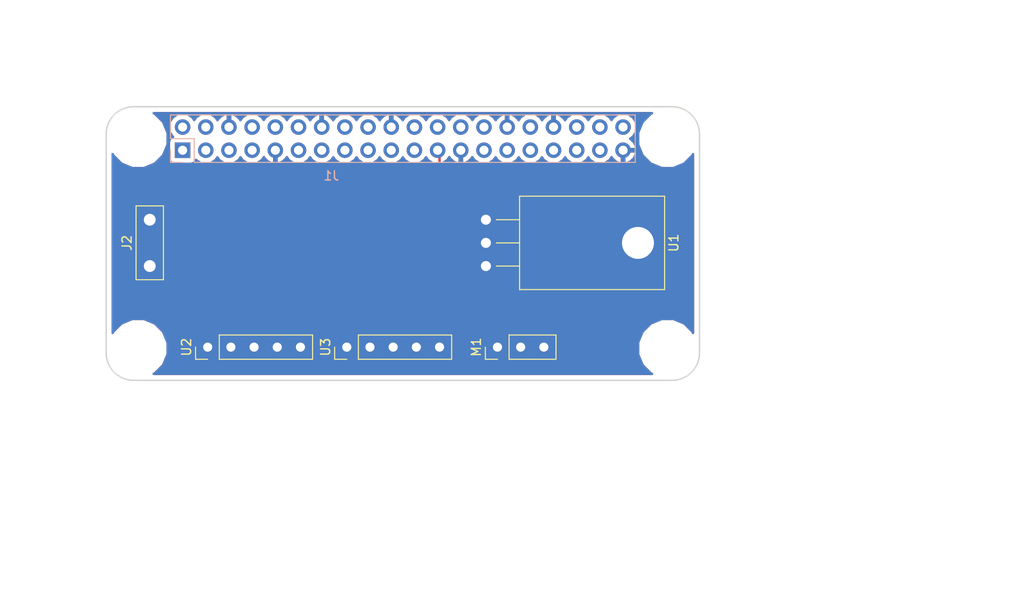
<source format=kicad_pcb>
(kicad_pcb (version 20171130) (host pcbnew "(5.1.8)-1")

  (general
    (thickness 1.6)
    (drawings 20)
    (tracks 6)
    (zones 0)
    (modules 10)
    (nets 33)
  )

  (page A4)
  (title_block
    (title "Raspberry Pi Zero (W) uHAT Template Board")
    (date 2019-02-28)
    (rev 1.0)
    (comment 1 "This PCB design is licensed under MIT Open Source License.")
  )

  (layers
    (0 F.Cu signal)
    (31 B.Cu signal)
    (32 B.Adhes user)
    (33 F.Adhes user)
    (34 B.Paste user)
    (35 F.Paste user)
    (36 B.SilkS user)
    (37 F.SilkS user)
    (38 B.Mask user)
    (39 F.Mask user)
    (40 Dwgs.User user)
    (41 Cmts.User user)
    (42 Eco1.User user)
    (43 Eco2.User user)
    (44 Edge.Cuts user)
    (45 Margin user)
    (46 B.CrtYd user)
    (47 F.CrtYd user)
    (48 B.Fab user hide)
    (49 F.Fab user hide)
  )

  (setup
    (last_trace_width 0.25)
    (trace_clearance 0.2)
    (zone_clearance 0.508)
    (zone_45_only no)
    (trace_min 0.2)
    (via_size 0.8)
    (via_drill 0.4)
    (via_min_size 0.4)
    (via_min_drill 0.3)
    (uvia_size 0.3)
    (uvia_drill 0.1)
    (uvias_allowed no)
    (uvia_min_size 0.2)
    (uvia_min_drill 0.1)
    (edge_width 0.15)
    (segment_width 0.2)
    (pcb_text_width 0.3)
    (pcb_text_size 1.5 1.5)
    (mod_edge_width 0.15)
    (mod_text_size 1 1)
    (mod_text_width 0.15)
    (pad_size 1.524 1.524)
    (pad_drill 0.762)
    (pad_to_mask_clearance 0.051)
    (solder_mask_min_width 0.25)
    (aux_axis_origin 0 0)
    (grid_origin 121.032 94.568)
    (visible_elements 7FFFFFFF)
    (pcbplotparams
      (layerselection 0x010fc_ffffffff)
      (usegerberextensions false)
      (usegerberattributes false)
      (usegerberadvancedattributes false)
      (creategerberjobfile false)
      (excludeedgelayer true)
      (linewidth 0.100000)
      (plotframeref false)
      (viasonmask false)
      (mode 1)
      (useauxorigin false)
      (hpglpennumber 1)
      (hpglpenspeed 20)
      (hpglpendiameter 15.000000)
      (psnegative false)
      (psa4output false)
      (plotreference true)
      (plotvalue true)
      (plotinvisibletext false)
      (padsonsilk false)
      (subtractmaskfromsilk false)
      (outputformat 1)
      (mirror false)
      (drillshape 1)
      (scaleselection 1)
      (outputdirectory ""))
  )

  (net 0 "")
  (net 1 +3V3)
  (net 2 +5V)
  (net 3 /GPIO2_SDA1)
  (net 4 /GPIO3_SCL1)
  (net 5 GND)
  (net 6 /GPIO4_GPIO_GCLK)
  (net 7 /GPIO14_TXD0)
  (net 8 /GPIO15_RXD0)
  (net 9 /GPIO17_GEN0)
  (net 10 /GPIO18_GEN1)
  (net 11 /GPIO27_GEN2)
  (net 12 /GPIO22_GEN3)
  (net 13 /GPIO23_GEN4)
  (net 14 /GPIO24_GEN5)
  (net 15 /GPIO10_SPI_MOSI)
  (net 16 /GPIO9_SPI_MISO)
  (net 17 /GPIO25_GEN6)
  (net 18 /GPIO11_SPI_SCLK)
  (net 19 /GPIO8_SPI_CE0_N)
  (net 20 /GPIO7_SPI_CE1_N)
  (net 21 /ID_SD)
  (net 22 /ID_SC)
  (net 23 /GPIO5)
  (net 24 /GPIO6)
  (net 25 /GPIO12)
  (net 26 /GPIO13)
  (net 27 /GPIO19)
  (net 28 /GPIO16)
  (net 29 /GPIO26)
  (net 30 /GPIO20)
  (net 31 /GPIO21)
  (net 32 "Net-(J2-Pad1)")

  (net_class Default "This is the default net class."
    (clearance 0.2)
    (trace_width 0.25)
    (via_dia 0.8)
    (via_drill 0.4)
    (uvia_dia 0.3)
    (uvia_drill 0.1)
    (add_net +3V3)
    (add_net +5V)
    (add_net /GPIO10_SPI_MOSI)
    (add_net /GPIO11_SPI_SCLK)
    (add_net /GPIO12)
    (add_net /GPIO13)
    (add_net /GPIO14_TXD0)
    (add_net /GPIO15_RXD0)
    (add_net /GPIO16)
    (add_net /GPIO17_GEN0)
    (add_net /GPIO18_GEN1)
    (add_net /GPIO19)
    (add_net /GPIO20)
    (add_net /GPIO21)
    (add_net /GPIO22_GEN3)
    (add_net /GPIO23_GEN4)
    (add_net /GPIO24_GEN5)
    (add_net /GPIO25_GEN6)
    (add_net /GPIO26)
    (add_net /GPIO27_GEN2)
    (add_net /GPIO2_SDA1)
    (add_net /GPIO3_SCL1)
    (add_net /GPIO4_GPIO_GCLK)
    (add_net /GPIO5)
    (add_net /GPIO6)
    (add_net /GPIO7_SPI_CE1_N)
    (add_net /GPIO8_SPI_CE0_N)
    (add_net /GPIO9_SPI_MISO)
    (add_net /ID_SC)
    (add_net /ID_SD)
    (add_net GND)
    (add_net "Net-(J2-Pad1)")
  )

  (module lib:PinSocket_2x20_P2.54mm_Vertical_Centered_Anchor (layer B.Cu) (tedit 5C78E1B8) (tstamp 5C78EB08)
    (at 125.902 95.838 270)
    (descr "Through hole straight socket strip, 2x20, 2.54mm pitch, double cols (from Kicad 4.0.7), script generated")
    (tags "Through hole socket strip THT 2x20 2.54mm double row")
    (path /5C77771F)
    (fp_text reference J1 (at 2.8 -16.3) (layer B.SilkS)
      (effects (font (size 1 1) (thickness 0.15)) (justify mirror))
    )
    (fp_text value GPIO_CONNECTOR (at 2.7 -27.3) (layer B.Fab)
      (effects (font (size 1 1) (thickness 0.15)) (justify mirror))
    )
    (fp_line (start -3.81 1.27) (end 0.27 1.27) (layer B.Fab) (width 0.1))
    (fp_line (start 0.27 1.27) (end 1.27 0.27) (layer B.Fab) (width 0.1))
    (fp_line (start 1.27 0.27) (end 1.27 -49.53) (layer B.Fab) (width 0.1))
    (fp_line (start 1.27 -49.53) (end -3.81 -49.53) (layer B.Fab) (width 0.1))
    (fp_line (start -3.81 -49.53) (end -3.81 1.27) (layer B.Fab) (width 0.1))
    (fp_line (start -3.87 1.33) (end -1.27 1.33) (layer B.SilkS) (width 0.12))
    (fp_line (start -3.87 1.33) (end -3.87 -49.59) (layer B.SilkS) (width 0.12))
    (fp_line (start -3.87 -49.59) (end 1.33 -49.59) (layer B.SilkS) (width 0.12))
    (fp_line (start 1.33 -1.27) (end 1.33 -49.59) (layer B.SilkS) (width 0.12))
    (fp_line (start -1.27 -1.27) (end 1.33 -1.27) (layer B.SilkS) (width 0.12))
    (fp_line (start -1.27 1.33) (end -1.27 -1.27) (layer B.SilkS) (width 0.12))
    (fp_line (start 1.33 1.33) (end 1.33 0) (layer B.SilkS) (width 0.12))
    (fp_line (start 0 1.33) (end 1.33 1.33) (layer B.SilkS) (width 0.12))
    (fp_line (start -4.34 1.8) (end 1.76 1.8) (layer B.CrtYd) (width 0.05))
    (fp_line (start 1.76 1.8) (end 1.76 -50) (layer B.CrtYd) (width 0.05))
    (fp_line (start 1.76 -50) (end -4.34 -50) (layer B.CrtYd) (width 0.05))
    (fp_line (start -4.34 -50) (end -4.34 1.8) (layer B.CrtYd) (width 0.05))
    (fp_text user %R (at 2.8 -18.3 180) (layer B.Fab)
      (effects (font (size 1 1) (thickness 0.15)) (justify mirror))
    )
    (pad 1 thru_hole rect (at 0 0 270) (size 1.7 1.7) (drill 1) (layers *.Cu *.Mask)
      (net 1 +3V3))
    (pad 2 thru_hole oval (at -2.54 0 270) (size 1.7 1.7) (drill 1) (layers *.Cu *.Mask)
      (net 2 +5V))
    (pad 3 thru_hole oval (at 0 -2.54 270) (size 1.7 1.7) (drill 1) (layers *.Cu *.Mask)
      (net 3 /GPIO2_SDA1))
    (pad 4 thru_hole oval (at -2.54 -2.54 270) (size 1.7 1.7) (drill 1) (layers *.Cu *.Mask)
      (net 2 +5V))
    (pad 5 thru_hole oval (at 0 -5.08 270) (size 1.7 1.7) (drill 1) (layers *.Cu *.Mask)
      (net 4 /GPIO3_SCL1))
    (pad 6 thru_hole oval (at -2.54 -5.08 270) (size 1.7 1.7) (drill 1) (layers *.Cu *.Mask)
      (net 5 GND))
    (pad 7 thru_hole oval (at 0 -7.62 270) (size 1.7 1.7) (drill 1) (layers *.Cu *.Mask)
      (net 6 /GPIO4_GPIO_GCLK))
    (pad 8 thru_hole oval (at -2.54 -7.62 270) (size 1.7 1.7) (drill 1) (layers *.Cu *.Mask)
      (net 7 /GPIO14_TXD0))
    (pad 9 thru_hole oval (at 0 -10.16 270) (size 1.7 1.7) (drill 1) (layers *.Cu *.Mask)
      (net 5 GND))
    (pad 10 thru_hole oval (at -2.54 -10.16 270) (size 1.7 1.7) (drill 1) (layers *.Cu *.Mask)
      (net 8 /GPIO15_RXD0))
    (pad 11 thru_hole oval (at 0 -12.7 270) (size 1.7 1.7) (drill 1) (layers *.Cu *.Mask)
      (net 9 /GPIO17_GEN0))
    (pad 12 thru_hole oval (at -2.54 -12.7 270) (size 1.7 1.7) (drill 1) (layers *.Cu *.Mask)
      (net 10 /GPIO18_GEN1))
    (pad 13 thru_hole oval (at 0 -15.24 270) (size 1.7 1.7) (drill 1) (layers *.Cu *.Mask)
      (net 11 /GPIO27_GEN2))
    (pad 14 thru_hole oval (at -2.54 -15.24 270) (size 1.7 1.7) (drill 1) (layers *.Cu *.Mask)
      (net 5 GND))
    (pad 15 thru_hole oval (at 0 -17.78 270) (size 1.7 1.7) (drill 1) (layers *.Cu *.Mask)
      (net 12 /GPIO22_GEN3))
    (pad 16 thru_hole oval (at -2.54 -17.78 270) (size 1.7 1.7) (drill 1) (layers *.Cu *.Mask)
      (net 13 /GPIO23_GEN4))
    (pad 17 thru_hole oval (at 0 -20.32 270) (size 1.7 1.7) (drill 1) (layers *.Cu *.Mask)
      (net 1 +3V3))
    (pad 18 thru_hole oval (at -2.54 -20.32 270) (size 1.7 1.7) (drill 1) (layers *.Cu *.Mask)
      (net 14 /GPIO24_GEN5))
    (pad 19 thru_hole oval (at 0 -22.86 270) (size 1.7 1.7) (drill 1) (layers *.Cu *.Mask)
      (net 15 /GPIO10_SPI_MOSI))
    (pad 20 thru_hole oval (at -2.54 -22.86 270) (size 1.7 1.7) (drill 1) (layers *.Cu *.Mask)
      (net 5 GND))
    (pad 21 thru_hole oval (at 0 -25.4 270) (size 1.7 1.7) (drill 1) (layers *.Cu *.Mask)
      (net 16 /GPIO9_SPI_MISO))
    (pad 22 thru_hole oval (at -2.54 -25.4 270) (size 1.7 1.7) (drill 1) (layers *.Cu *.Mask)
      (net 17 /GPIO25_GEN6))
    (pad 23 thru_hole oval (at 0 -27.94 270) (size 1.7 1.7) (drill 1) (layers *.Cu *.Mask)
      (net 18 /GPIO11_SPI_SCLK))
    (pad 24 thru_hole oval (at -2.54 -27.94 270) (size 1.7 1.7) (drill 1) (layers *.Cu *.Mask)
      (net 19 /GPIO8_SPI_CE0_N))
    (pad 25 thru_hole oval (at 0 -30.48 270) (size 1.7 1.7) (drill 1) (layers *.Cu *.Mask)
      (net 5 GND))
    (pad 26 thru_hole oval (at -2.54 -30.48 270) (size 1.7 1.7) (drill 1) (layers *.Cu *.Mask)
      (net 20 /GPIO7_SPI_CE1_N))
    (pad 27 thru_hole oval (at 0 -33.02 270) (size 1.7 1.7) (drill 1) (layers *.Cu *.Mask)
      (net 21 /ID_SD))
    (pad 28 thru_hole oval (at -2.54 -33.02 270) (size 1.7 1.7) (drill 1) (layers *.Cu *.Mask)
      (net 22 /ID_SC))
    (pad 29 thru_hole oval (at 0 -35.56 270) (size 1.7 1.7) (drill 1) (layers *.Cu *.Mask)
      (net 23 /GPIO5))
    (pad 30 thru_hole oval (at -2.54 -35.56 270) (size 1.7 1.7) (drill 1) (layers *.Cu *.Mask)
      (net 5 GND))
    (pad 31 thru_hole oval (at 0 -38.1 270) (size 1.7 1.7) (drill 1) (layers *.Cu *.Mask)
      (net 24 /GPIO6))
    (pad 32 thru_hole oval (at -2.54 -38.1 270) (size 1.7 1.7) (drill 1) (layers *.Cu *.Mask)
      (net 25 /GPIO12))
    (pad 33 thru_hole oval (at 0 -40.64 270) (size 1.7 1.7) (drill 1) (layers *.Cu *.Mask)
      (net 26 /GPIO13))
    (pad 34 thru_hole oval (at -2.54 -40.64 270) (size 1.7 1.7) (drill 1) (layers *.Cu *.Mask)
      (net 5 GND))
    (pad 35 thru_hole oval (at 0 -43.18 270) (size 1.7 1.7) (drill 1) (layers *.Cu *.Mask)
      (net 27 /GPIO19))
    (pad 36 thru_hole oval (at -2.54 -43.18 270) (size 1.7 1.7) (drill 1) (layers *.Cu *.Mask)
      (net 28 /GPIO16))
    (pad 37 thru_hole oval (at 0 -45.72 270) (size 1.7 1.7) (drill 1) (layers *.Cu *.Mask)
      (net 29 /GPIO26))
    (pad 38 thru_hole oval (at -2.54 -45.72 270) (size 1.7 1.7) (drill 1) (layers *.Cu *.Mask)
      (net 30 /GPIO20))
    (pad 39 thru_hole oval (at 0 -48.26 270) (size 1.7 1.7) (drill 1) (layers *.Cu *.Mask)
      (net 5 GND))
    (pad 40 thru_hole oval (at -2.54 -48.26 270) (size 1.7 1.7) (drill 1) (layers *.Cu *.Mask)
      (net 31 /GPIO21))
    (model ${KISYS3DMOD}/Connector_PinSocket_2.54mm.3dshapes/PinSocket_2x20_P2.54mm_Vertical.wrl
      (at (xyz 0 0 0))
      (scale (xyz 1 1 1))
      (rotate (xyz 0 0 0))
    )
  )

  (module lib:MountingHole_2.7mm_M2.5_uHAT_RPi locked (layer F.Cu) (tedit 5C78B840) (tstamp 5C78BBE2)
    (at 121.032 94.568)
    (descr "Mounting Hole 2.7mm, no annular, M2.5")
    (tags "mounting hole 2.7mm no annular m2.5")
    (path /5C7C4C81)
    (attr virtual)
    (fp_text reference H1 (at 0 -3.7) (layer F.SilkS) hide
      (effects (font (size 1 1) (thickness 0.15)))
    )
    (fp_text value MountingHole (at 0 3.7) (layer F.Fab) hide
      (effects (font (size 1 1) (thickness 0.15)))
    )
    (fp_circle (center 0 0) (end 2.7 0) (layer Cmts.User) (width 0.15))
    (fp_circle (center 0 0) (end 2.95 0) (layer F.CrtYd) (width 0.05))
    (fp_text user %R (at 0.3 0) (layer F.Fab)
      (effects (font (size 1 1) (thickness 0.15)))
    )
    (pad "" np_thru_hole circle (at 0 0) (size 2.7 2.7) (drill 2.7) (layers *.Cu *.Mask)
      (clearance 1.75))
  )

  (module lib:MountingHole_2.7mm_M2.5_uHAT_RPi locked (layer F.Cu) (tedit 5C78B867) (tstamp 5C78BBE9)
    (at 179.032 94.568)
    (descr "Mounting Hole 2.7mm, no annular, M2.5")
    (tags "mounting hole 2.7mm no annular m2.5")
    (path /5C7C7FBC)
    (attr virtual)
    (fp_text reference H2 (at 0 -3.7) (layer F.SilkS) hide
      (effects (font (size 1 1) (thickness 0.15)))
    )
    (fp_text value MountingHole (at 0 3.7) (layer F.Fab) hide
      (effects (font (size 1 1) (thickness 0.15)))
    )
    (fp_circle (center 0 0) (end 2.95 0) (layer F.CrtYd) (width 0.05))
    (fp_circle (center 0 0) (end 2.7 0) (layer Cmts.User) (width 0.15))
    (fp_text user %R (at 0.3 0) (layer F.Fab)
      (effects (font (size 1 1) (thickness 0.15)))
    )
    (pad "" np_thru_hole circle (at 0 0) (size 2.7 2.7) (drill 2.7) (layers *.Cu *.Mask)
      (clearance 1.75))
  )

  (module lib:MountingHole_2.7mm_M2.5_uHAT_RPi locked (layer F.Cu) (tedit 5C78B860) (tstamp 5C78BBF0)
    (at 179.032 117.568)
    (descr "Mounting Hole 2.7mm, no annular, M2.5")
    (tags "mounting hole 2.7mm no annular m2.5")
    (path /5C7C8014)
    (attr virtual)
    (fp_text reference H3 (at 0 -3.7) (layer F.SilkS) hide
      (effects (font (size 1 1) (thickness 0.15)))
    )
    (fp_text value MountingHole (at 0 3.7) (layer F.Fab) hide
      (effects (font (size 1 1) (thickness 0.15)))
    )
    (fp_circle (center 0 0) (end 2.7 0) (layer Cmts.User) (width 0.15))
    (fp_circle (center 0 0) (end 2.95 0) (layer F.CrtYd) (width 0.05))
    (fp_text user %R (at 0.3 0) (layer F.Fab)
      (effects (font (size 1 1) (thickness 0.15)))
    )
    (pad "" np_thru_hole circle (at 0 0) (size 2.7 2.7) (drill 2.7) (layers *.Cu *.Mask)
      (clearance 1.75))
  )

  (module lib:MountingHole_2.7mm_M2.5_uHAT_RPi locked (layer F.Cu) (tedit 5C78B845) (tstamp 5C78BBF7)
    (at 121.032 117.568)
    (descr "Mounting Hole 2.7mm, no annular, M2.5")
    (tags "mounting hole 2.7mm no annular m2.5")
    (path /5C7C8030)
    (attr virtual)
    (fp_text reference H4 (at 0 -3.7) (layer F.SilkS) hide
      (effects (font (size 1 1) (thickness 0.15)))
    )
    (fp_text value MountingHole (at 0 3.7) (layer F.Fab) hide
      (effects (font (size 1 1) (thickness 0.15)))
    )
    (fp_circle (center 0 0) (end 2.95 0) (layer F.CrtYd) (width 0.05))
    (fp_circle (center 0 0) (end 2.7 0) (layer Cmts.User) (width 0.15))
    (fp_text user %R (at 0.3 0) (layer F.Fab)
      (effects (font (size 1 1) (thickness 0.15)))
    )
    (pad "" np_thru_hole circle (at 0 0) (size 2.7 2.7) (drill 2.7) (layers *.Cu *.Mask)
      (clearance 1.75))
  )

  (module Package_TO_SOT_THT:TO-220-3_Horizontal_TabDown (layer F.Cu) (tedit 5AC8BA0D) (tstamp 5FB10DA1)
    (at 159.132 103.458 270)
    (descr "TO-220-3, Horizontal, RM 2.54mm, see https://www.vishay.com/docs/66542/to-220-1.pdf")
    (tags "TO-220-3 Horizontal RM 2.54mm")
    (path /5FB0BE80)
    (fp_text reference U1 (at 2.54 -20.58 90) (layer F.SilkS)
      (effects (font (size 1 1) (thickness 0.15)))
    )
    (fp_text value L7805 (at 2.54 2 90) (layer F.Fab)
      (effects (font (size 1 1) (thickness 0.15)))
    )
    (fp_circle (center 2.54 -16.66) (end 4.39 -16.66) (layer F.Fab) (width 0.1))
    (fp_line (start -2.46 -13.06) (end -2.46 -19.46) (layer F.Fab) (width 0.1))
    (fp_line (start -2.46 -19.46) (end 7.54 -19.46) (layer F.Fab) (width 0.1))
    (fp_line (start 7.54 -19.46) (end 7.54 -13.06) (layer F.Fab) (width 0.1))
    (fp_line (start 7.54 -13.06) (end -2.46 -13.06) (layer F.Fab) (width 0.1))
    (fp_line (start -2.46 -3.81) (end -2.46 -13.06) (layer F.Fab) (width 0.1))
    (fp_line (start -2.46 -13.06) (end 7.54 -13.06) (layer F.Fab) (width 0.1))
    (fp_line (start 7.54 -13.06) (end 7.54 -3.81) (layer F.Fab) (width 0.1))
    (fp_line (start 7.54 -3.81) (end -2.46 -3.81) (layer F.Fab) (width 0.1))
    (fp_line (start 0 -3.81) (end 0 0) (layer F.Fab) (width 0.1))
    (fp_line (start 2.54 -3.81) (end 2.54 0) (layer F.Fab) (width 0.1))
    (fp_line (start 5.08 -3.81) (end 5.08 0) (layer F.Fab) (width 0.1))
    (fp_line (start -2.58 -3.69) (end 7.66 -3.69) (layer F.SilkS) (width 0.12))
    (fp_line (start -2.58 -19.58) (end 7.66 -19.58) (layer F.SilkS) (width 0.12))
    (fp_line (start -2.58 -19.58) (end -2.58 -3.69) (layer F.SilkS) (width 0.12))
    (fp_line (start 7.66 -19.58) (end 7.66 -3.69) (layer F.SilkS) (width 0.12))
    (fp_line (start 0 -3.69) (end 0 -1.15) (layer F.SilkS) (width 0.12))
    (fp_line (start 2.54 -3.69) (end 2.54 -1.15) (layer F.SilkS) (width 0.12))
    (fp_line (start 5.08 -3.69) (end 5.08 -1.15) (layer F.SilkS) (width 0.12))
    (fp_line (start -2.71 -19.71) (end -2.71 1.25) (layer F.CrtYd) (width 0.05))
    (fp_line (start -2.71 1.25) (end 7.79 1.25) (layer F.CrtYd) (width 0.05))
    (fp_line (start 7.79 1.25) (end 7.79 -19.71) (layer F.CrtYd) (width 0.05))
    (fp_line (start 7.79 -19.71) (end -2.71 -19.71) (layer F.CrtYd) (width 0.05))
    (fp_text user %R (at 2.54 -20.58 90) (layer F.Fab)
      (effects (font (size 1 1) (thickness 0.15)))
    )
    (pad "" np_thru_hole oval (at 2.54 -16.66 270) (size 3.5 3.5) (drill 3.5) (layers *.Cu *.Mask))
    (pad 1 thru_hole rect (at 0 0 270) (size 1.905 2) (drill 1.1) (layers *.Cu *.Mask)
      (net 32 "Net-(J2-Pad1)"))
    (pad 2 thru_hole oval (at 2.54 0 270) (size 1.905 2) (drill 1.1) (layers *.Cu *.Mask)
      (net 5 GND))
    (pad 3 thru_hole oval (at 5.08 0 270) (size 1.905 2) (drill 1.1) (layers *.Cu *.Mask)
      (net 2 +5V))
    (model ${KISYS3DMOD}/Package_TO_SOT_THT.3dshapes/TO-220-3_Horizontal_TabDown.wrl
      (at (xyz 0 0 0))
      (scale (xyz 1 1 1))
      (rotate (xyz 0 0 0))
    )
  )

  (module TestPoint:TestPoint_2Pads_Pitch5.08mm_Drill1.3mm (layer F.Cu) (tedit 5BD71EB4) (tstamp 5FB17F8E)
    (at 122.302 108.538 90)
    (descr "Test point with 2 pads, pitch 5.08mm, hole diameter 1.3mm, wire diameter 1.0mm")
    (tags "CONN DEV")
    (path /5FB36F46)
    (attr virtual)
    (fp_text reference J2 (at 2.54 -2.5 90) (layer F.SilkS)
      (effects (font (size 1 1) (thickness 0.15)))
    )
    (fp_text value Barrel_Jack_Switch (at 2.54 3 90) (layer F.Fab)
      (effects (font (size 1 1) (thickness 0.15)))
    )
    (fp_line (start 6.6 1.5) (end -1.5 1.5) (layer F.SilkS) (width 0.12))
    (fp_line (start -1.5 -1.5) (end 6.6 -1.5) (layer F.SilkS) (width 0.12))
    (fp_line (start 6.6 1.5) (end 6.6 -1.5) (layer F.SilkS) (width 0.12))
    (fp_line (start -1.5 -1.5) (end -1.5 1.5) (layer F.SilkS) (width 0.12))
    (fp_line (start 5.08 0) (end 0 0) (layer F.Fab) (width 0.1))
    (fp_line (start -1.8 -1.8) (end 6.88 -1.8) (layer F.CrtYd) (width 0.05))
    (fp_line (start -1.8 -1.8) (end -1.8 1.8) (layer F.CrtYd) (width 0.05))
    (fp_line (start 6.88 1.8) (end 6.88 -1.8) (layer F.CrtYd) (width 0.05))
    (fp_line (start 6.88 1.8) (end -1.8 1.8) (layer F.CrtYd) (width 0.05))
    (fp_text user %R (at 2.54 0 90) (layer F.Fab)
      (effects (font (size 1 1) (thickness 0.15)))
    )
    (pad 1 thru_hole roundrect (at 0 0 90) (size 2.6 2.6) (drill 1.3) (layers *.Cu *.Mask) (roundrect_rratio 0.25)
      (net 32 "Net-(J2-Pad1)"))
    (pad 2 thru_hole circle (at 5.08 0 90) (size 2.6 2.6) (drill 1.3) (layers *.Cu *.Mask)
      (net 5 GND))
  )

  (module Connector_PinHeader_2.54mm:PinHeader_1x03_P2.54mm_Vertical (layer F.Cu) (tedit 59FED5CC) (tstamp 5FB17FA5)
    (at 160.402 117.428 90)
    (descr "Through hole straight pin header, 1x03, 2.54mm pitch, single row")
    (tags "Through hole pin header THT 1x03 2.54mm single row")
    (path /5FB8211B)
    (fp_text reference M1 (at 0 -2.33 90) (layer F.SilkS)
      (effects (font (size 1 1) (thickness 0.15)))
    )
    (fp_text value Motor_Servo (at 0 7.41 90) (layer F.Fab)
      (effects (font (size 1 1) (thickness 0.15)))
    )
    (fp_line (start 1.8 -1.8) (end -1.8 -1.8) (layer F.CrtYd) (width 0.05))
    (fp_line (start 1.8 6.85) (end 1.8 -1.8) (layer F.CrtYd) (width 0.05))
    (fp_line (start -1.8 6.85) (end 1.8 6.85) (layer F.CrtYd) (width 0.05))
    (fp_line (start -1.8 -1.8) (end -1.8 6.85) (layer F.CrtYd) (width 0.05))
    (fp_line (start -1.33 -1.33) (end 0 -1.33) (layer F.SilkS) (width 0.12))
    (fp_line (start -1.33 0) (end -1.33 -1.33) (layer F.SilkS) (width 0.12))
    (fp_line (start -1.33 1.27) (end 1.33 1.27) (layer F.SilkS) (width 0.12))
    (fp_line (start 1.33 1.27) (end 1.33 6.41) (layer F.SilkS) (width 0.12))
    (fp_line (start -1.33 1.27) (end -1.33 6.41) (layer F.SilkS) (width 0.12))
    (fp_line (start -1.33 6.41) (end 1.33 6.41) (layer F.SilkS) (width 0.12))
    (fp_line (start -1.27 -0.635) (end -0.635 -1.27) (layer F.Fab) (width 0.1))
    (fp_line (start -1.27 6.35) (end -1.27 -0.635) (layer F.Fab) (width 0.1))
    (fp_line (start 1.27 6.35) (end -1.27 6.35) (layer F.Fab) (width 0.1))
    (fp_line (start 1.27 -1.27) (end 1.27 6.35) (layer F.Fab) (width 0.1))
    (fp_line (start -0.635 -1.27) (end 1.27 -1.27) (layer F.Fab) (width 0.1))
    (fp_text user %R (at 0 2.54) (layer F.Fab)
      (effects (font (size 1 1) (thickness 0.15)))
    )
    (pad 1 thru_hole rect (at 0 0 90) (size 1.7 1.7) (drill 1) (layers *.Cu *.Mask)
      (net 21 /ID_SD))
    (pad 2 thru_hole oval (at 0 2.54 90) (size 1.7 1.7) (drill 1) (layers *.Cu *.Mask)
      (net 2 +5V))
    (pad 3 thru_hole oval (at 0 5.08 90) (size 1.7 1.7) (drill 1) (layers *.Cu *.Mask)
      (net 5 GND))
    (model ${KISYS3DMOD}/Connector_PinHeader_2.54mm.3dshapes/PinHeader_1x03_P2.54mm_Vertical.wrl
      (at (xyz 0 0 0))
      (scale (xyz 1 1 1))
      (rotate (xyz 0 0 0))
    )
  )

  (module Connector_PinHeader_2.54mm:PinHeader_1x05_P2.54mm_Vertical (layer F.Cu) (tedit 59FED5CC) (tstamp 5FB17FBE)
    (at 128.652 117.428 90)
    (descr "Through hole straight pin header, 1x05, 2.54mm pitch, single row")
    (tags "Through hole pin header THT 1x05 2.54mm single row")
    (path /5FB502EB)
    (fp_text reference U2 (at 0 -2.33 90) (layer F.SilkS)
      (effects (font (size 1 1) (thickness 0.15)))
    )
    (fp_text value MAX6675-Module (at 0 12.49 90) (layer F.Fab)
      (effects (font (size 1 1) (thickness 0.15)))
    )
    (fp_line (start 1.8 -1.8) (end -1.8 -1.8) (layer F.CrtYd) (width 0.05))
    (fp_line (start 1.8 11.95) (end 1.8 -1.8) (layer F.CrtYd) (width 0.05))
    (fp_line (start -1.8 11.95) (end 1.8 11.95) (layer F.CrtYd) (width 0.05))
    (fp_line (start -1.8 -1.8) (end -1.8 11.95) (layer F.CrtYd) (width 0.05))
    (fp_line (start -1.33 -1.33) (end 0 -1.33) (layer F.SilkS) (width 0.12))
    (fp_line (start -1.33 0) (end -1.33 -1.33) (layer F.SilkS) (width 0.12))
    (fp_line (start -1.33 1.27) (end 1.33 1.27) (layer F.SilkS) (width 0.12))
    (fp_line (start 1.33 1.27) (end 1.33 11.49) (layer F.SilkS) (width 0.12))
    (fp_line (start -1.33 1.27) (end -1.33 11.49) (layer F.SilkS) (width 0.12))
    (fp_line (start -1.33 11.49) (end 1.33 11.49) (layer F.SilkS) (width 0.12))
    (fp_line (start -1.27 -0.635) (end -0.635 -1.27) (layer F.Fab) (width 0.1))
    (fp_line (start -1.27 11.43) (end -1.27 -0.635) (layer F.Fab) (width 0.1))
    (fp_line (start 1.27 11.43) (end -1.27 11.43) (layer F.Fab) (width 0.1))
    (fp_line (start 1.27 -1.27) (end 1.27 11.43) (layer F.Fab) (width 0.1))
    (fp_line (start -0.635 -1.27) (end 1.27 -1.27) (layer F.Fab) (width 0.1))
    (fp_text user %R (at 0 5.08) (layer F.Fab)
      (effects (font (size 1 1) (thickness 0.15)))
    )
    (pad 1 thru_hole rect (at 0 0 90) (size 1.7 1.7) (drill 1) (layers *.Cu *.Mask)
      (net 5 GND))
    (pad 2 thru_hole oval (at 0 2.54 90) (size 1.7 1.7) (drill 1) (layers *.Cu *.Mask)
      (net 2 +5V))
    (pad 3 thru_hole oval (at 0 5.08 90) (size 1.7 1.7) (drill 1) (layers *.Cu *.Mask)
      (net 16 /GPIO9_SPI_MISO))
    (pad 4 thru_hole oval (at 0 7.62 90) (size 1.7 1.7) (drill 1) (layers *.Cu *.Mask)
      (net 19 /GPIO8_SPI_CE0_N))
    (pad 5 thru_hole oval (at 0 10.16 90) (size 1.7 1.7) (drill 1) (layers *.Cu *.Mask)
      (net 18 /GPIO11_SPI_SCLK))
    (model ${KISYS3DMOD}/Connector_PinHeader_2.54mm.3dshapes/PinHeader_1x05_P2.54mm_Vertical.wrl
      (at (xyz 0 0 0))
      (scale (xyz 1 1 1))
      (rotate (xyz 0 0 0))
    )
  )

  (module Connector_PinHeader_2.54mm:PinHeader_1x05_P2.54mm_Vertical (layer F.Cu) (tedit 59FED5CC) (tstamp 5FB17FD7)
    (at 143.892 117.428 90)
    (descr "Through hole straight pin header, 1x05, 2.54mm pitch, single row")
    (tags "Through hole pin header THT 1x05 2.54mm single row")
    (path /5FB5A8A0)
    (fp_text reference U3 (at 0 -2.33 90) (layer F.SilkS)
      (effects (font (size 1 1) (thickness 0.15)))
    )
    (fp_text value MAX6675-Module (at 0 12.49 90) (layer F.Fab)
      (effects (font (size 1 1) (thickness 0.15)))
    )
    (fp_text user %R (at 0 5.08) (layer F.Fab)
      (effects (font (size 1 1) (thickness 0.15)))
    )
    (fp_line (start -0.635 -1.27) (end 1.27 -1.27) (layer F.Fab) (width 0.1))
    (fp_line (start 1.27 -1.27) (end 1.27 11.43) (layer F.Fab) (width 0.1))
    (fp_line (start 1.27 11.43) (end -1.27 11.43) (layer F.Fab) (width 0.1))
    (fp_line (start -1.27 11.43) (end -1.27 -0.635) (layer F.Fab) (width 0.1))
    (fp_line (start -1.27 -0.635) (end -0.635 -1.27) (layer F.Fab) (width 0.1))
    (fp_line (start -1.33 11.49) (end 1.33 11.49) (layer F.SilkS) (width 0.12))
    (fp_line (start -1.33 1.27) (end -1.33 11.49) (layer F.SilkS) (width 0.12))
    (fp_line (start 1.33 1.27) (end 1.33 11.49) (layer F.SilkS) (width 0.12))
    (fp_line (start -1.33 1.27) (end 1.33 1.27) (layer F.SilkS) (width 0.12))
    (fp_line (start -1.33 0) (end -1.33 -1.33) (layer F.SilkS) (width 0.12))
    (fp_line (start -1.33 -1.33) (end 0 -1.33) (layer F.SilkS) (width 0.12))
    (fp_line (start -1.8 -1.8) (end -1.8 11.95) (layer F.CrtYd) (width 0.05))
    (fp_line (start -1.8 11.95) (end 1.8 11.95) (layer F.CrtYd) (width 0.05))
    (fp_line (start 1.8 11.95) (end 1.8 -1.8) (layer F.CrtYd) (width 0.05))
    (fp_line (start 1.8 -1.8) (end -1.8 -1.8) (layer F.CrtYd) (width 0.05))
    (pad 5 thru_hole oval (at 0 10.16 90) (size 1.7 1.7) (drill 1) (layers *.Cu *.Mask)
      (net 18 /GPIO11_SPI_SCLK))
    (pad 4 thru_hole oval (at 0 7.62 90) (size 1.7 1.7) (drill 1) (layers *.Cu *.Mask)
      (net 20 /GPIO7_SPI_CE1_N))
    (pad 3 thru_hole oval (at 0 5.08 90) (size 1.7 1.7) (drill 1) (layers *.Cu *.Mask)
      (net 16 /GPIO9_SPI_MISO))
    (pad 2 thru_hole oval (at 0 2.54 90) (size 1.7 1.7) (drill 1) (layers *.Cu *.Mask)
      (net 2 +5V))
    (pad 1 thru_hole rect (at 0 0 90) (size 1.7 1.7) (drill 1) (layers *.Cu *.Mask)
      (net 5 GND))
    (model ${KISYS3DMOD}/Connector_PinHeader_2.54mm.3dshapes/PinHeader_1x05_P2.54mm_Vertical.wrl
      (at (xyz 0 0 0))
      (scale (xyz 1 1 1))
      (rotate (xyz 0 0 0))
    )
  )

  (gr_text "Board dimensions are on Cmts (Comments) layer. \nDeselect it in Layers Manager to make them invisible.\n\nGPIO connector nets are not connected, these will get \nupdated as per your schematic/netlist." (at 120.524 139.272) (layer Cmts.User)
    (effects (font (size 1.5 1.5) (thickness 0.3)) (justify left))
  )
  (gr_text "Board Corner Radius = 3mm\nAll holes are M2.5" (at 184.278 87.202) (layer Cmts.User)
    (effects (font (size 1.5 1.5) (thickness 0.3)) (justify left))
  )
  (dimension 29 (width 0.3) (layer Cmts.User)
    (gr_text "29.000 mm" (at 135.532 103.868) (layer Cmts.User)
      (effects (font (size 1.5 1.5) (thickness 0.3)))
    )
    (feature1 (pts (xy 121.032 94.568) (xy 121.032 102.354421)))
    (feature2 (pts (xy 150.032 94.568) (xy 150.032 102.354421)))
    (crossbar (pts (xy 150.032 101.768) (xy 121.032 101.768)))
    (arrow1a (pts (xy 121.032 101.768) (xy 122.158504 101.181579)))
    (arrow1b (pts (xy 121.032 101.768) (xy 122.158504 102.354421)))
    (arrow2a (pts (xy 150.032 101.768) (xy 148.905496 101.181579)))
    (arrow2b (pts (xy 150.032 101.768) (xy 148.905496 102.354421)))
  )
  (dimension 6.2 (width 0.3) (layer Cmts.User)
    (gr_text "6.200 mm" (at 179.032 129.268) (layer Cmts.User)
      (effects (font (size 1.5 1.5) (thickness 0.3)))
    )
    (feature1 (pts (xy 182.132 117.568) (xy 182.132 127.754421)))
    (feature2 (pts (xy 175.932 117.568) (xy 175.932 127.754421)))
    (crossbar (pts (xy 175.932 127.168) (xy 182.132 127.168)))
    (arrow1a (pts (xy 182.132 127.168) (xy 181.005496 127.754421)))
    (arrow1b (pts (xy 182.132 127.168) (xy 181.005496 126.581579)))
    (arrow2a (pts (xy 175.932 127.168) (xy 177.058504 127.754421)))
    (arrow2b (pts (xy 175.932 127.168) (xy 177.058504 126.581579)))
  )
  (dimension 3.5 (width 0.3) (layer Cmts.User)
    (gr_text "3.500 mm" (at 111.432 119.318 270) (layer Cmts.User)
      (effects (font (size 1.5 1.5) (thickness 0.3)))
    )
    (feature1 (pts (xy 121.032 121.068) (xy 112.945579 121.068)))
    (feature2 (pts (xy 121.032 117.568) (xy 112.945579 117.568)))
    (crossbar (pts (xy 113.532 117.568) (xy 113.532 121.068)))
    (arrow1a (pts (xy 113.532 121.068) (xy 112.945579 119.941496)))
    (arrow1b (pts (xy 113.532 121.068) (xy 114.118421 119.941496)))
    (arrow2a (pts (xy 113.532 117.568) (xy 112.945579 118.694504)))
    (arrow2b (pts (xy 113.532 117.568) (xy 114.118421 118.694504)))
  )
  (dimension 3.5 (width 0.3) (layer Cmts.User)
    (gr_text "3.500 mm" (at 119.282 125.668) (layer Cmts.User)
      (effects (font (size 1.5 1.5) (thickness 0.3)))
    )
    (feature1 (pts (xy 117.532 117.568) (xy 117.532 124.154421)))
    (feature2 (pts (xy 121.032 117.568) (xy 121.032 124.154421)))
    (crossbar (pts (xy 121.032 123.568) (xy 117.532 123.568)))
    (arrow1a (pts (xy 117.532 123.568) (xy 118.658504 122.981579)))
    (arrow1b (pts (xy 117.532 123.568) (xy 118.658504 124.154421)))
    (arrow2a (pts (xy 121.032 123.568) (xy 119.905496 122.981579)))
    (arrow2b (pts (xy 121.032 123.568) (xy 119.905496 124.154421)))
  )
  (dimension 30 (width 0.3) (layer Cmts.User)
    (gr_text "30.000 mm" (at 194.132 106.068 270) (layer Cmts.User)
      (effects (font (size 1.5 1.5) (thickness 0.3)))
    )
    (feature1 (pts (xy 179.032 121.068) (xy 192.618421 121.068)))
    (feature2 (pts (xy 179.032 91.068) (xy 192.618421 91.068)))
    (crossbar (pts (xy 192.032 91.068) (xy 192.032 121.068)))
    (arrow1a (pts (xy 192.032 121.068) (xy 191.445579 119.941496)))
    (arrow1b (pts (xy 192.032 121.068) (xy 192.618421 119.941496)))
    (arrow2a (pts (xy 192.032 91.068) (xy 191.445579 92.194504)))
    (arrow2b (pts (xy 192.032 91.068) (xy 192.618421 92.194504)))
  )
  (dimension 23 (width 0.3) (layer Cmts.User)
    (gr_text "23.000 mm" (at 188.632 106.068 270) (layer Cmts.User)
      (effects (font (size 1.5 1.5) (thickness 0.3)))
    )
    (feature1 (pts (xy 179.032 117.568) (xy 187.118421 117.568)))
    (feature2 (pts (xy 179.032 94.568) (xy 187.118421 94.568)))
    (crossbar (pts (xy 186.532 94.568) (xy 186.532 117.568)))
    (arrow1a (pts (xy 186.532 117.568) (xy 185.945579 116.441496)))
    (arrow1b (pts (xy 186.532 117.568) (xy 187.118421 116.441496)))
    (arrow2a (pts (xy 186.532 94.568) (xy 185.945579 95.694504)))
    (arrow2b (pts (xy 186.532 94.568) (xy 187.118421 95.694504)))
  )
  (dimension 65 (width 0.3) (layer Cmts.User)
    (gr_text "65.000 mm" (at 150.032 80.468) (layer Cmts.User)
      (effects (font (size 1.5 1.5) (thickness 0.3)))
    )
    (feature1 (pts (xy 182.532 94.568) (xy 182.532 81.981579)))
    (feature2 (pts (xy 117.532 94.568) (xy 117.532 81.981579)))
    (crossbar (pts (xy 117.532 82.568) (xy 182.532 82.568)))
    (arrow1a (pts (xy 182.532 82.568) (xy 181.405496 83.154421)))
    (arrow1b (pts (xy 182.532 82.568) (xy 181.405496 81.981579)))
    (arrow2a (pts (xy 117.532 82.568) (xy 118.658504 83.154421)))
    (arrow2b (pts (xy 117.532 82.568) (xy 118.658504 81.981579)))
  )
  (dimension 58 (width 0.3) (layer Cmts.User)
    (gr_text "58.000 mm" (at 150.032 84.968) (layer Cmts.User)
      (effects (font (size 1.5 1.5) (thickness 0.3)))
    )
    (feature1 (pts (xy 179.032 94.568) (xy 179.032 86.481579)))
    (feature2 (pts (xy 121.032 94.568) (xy 121.032 86.481579)))
    (crossbar (pts (xy 121.032 87.068) (xy 179.032 87.068)))
    (arrow1a (pts (xy 179.032 87.068) (xy 177.905496 87.654421)))
    (arrow1b (pts (xy 179.032 87.068) (xy 177.905496 86.481579)))
    (arrow2a (pts (xy 121.032 87.068) (xy 122.158504 87.654421)))
    (arrow2b (pts (xy 121.032 87.068) (xy 122.158504 86.481579)))
  )
  (gr_line (start 121.032 121.068) (end 120.532 121.068) (layer Edge.Cuts) (width 0.15) (tstamp 5C77FCD3))
  (gr_line (start 179.032 121.068) (end 179.532 121.068) (layer Edge.Cuts) (width 0.15) (tstamp 5C77FCD0))
  (gr_line (start 182.532 94.068) (end 182.532 118.068) (layer Edge.Cuts) (width 0.15) (tstamp 5C77FCCD))
  (gr_line (start 120.532 91.068) (end 179.532 91.068) (layer Edge.Cuts) (width 0.15) (tstamp 5C77FCCA))
  (gr_line (start 117.532 118.068) (end 117.532 94.068) (layer Edge.Cuts) (width 0.15) (tstamp 5C77FCC7))
  (gr_arc (start 120.532 94.068) (end 120.532 91.068) (angle -90) (layer Edge.Cuts) (width 0.15) (tstamp 5C77FCC4))
  (gr_arc (start 120.532 118.068) (end 117.532 118.068) (angle -90) (layer Edge.Cuts) (width 0.15) (tstamp 5C77FCC1))
  (gr_arc (start 179.532 118.068) (end 179.532 121.068) (angle -90) (layer Edge.Cuts) (width 0.15) (tstamp 5C77FCBE))
  (gr_arc (start 179.532 94.068) (end 182.532 94.068) (angle -90) (layer Edge.Cuts) (width 0.15) (tstamp 5C77FCBB))
  (gr_line (start 121.032 121.068) (end 179.032 121.068) (layer Edge.Cuts) (width 0.15) (tstamp 5C77FCB8))

  (segment (start 131.192 117.428) (end 131.192 112.348) (width 0.25) (layer F.Cu) (net 2))
  (segment (start 154.052 96.048) (end 153.842 95.838) (width 0.25) (layer F.Cu) (net 18))
  (segment (start 143.892 112.348) (end 154.052 112.348) (width 0.25) (layer F.Cu) (net 18))
  (segment (start 138.812 117.428) (end 143.892 112.348) (width 0.25) (layer F.Cu) (net 18))
  (segment (start 154.052 112.348) (end 154.052 96.048) (width 0.25) (layer F.Cu) (net 18))
  (segment (start 154.052 117.428) (end 154.052 112.348) (width 0.25) (layer F.Cu) (net 18))

  (zone (net 5) (net_name GND) (layer F.Cu) (tstamp 0) (hatch edge 0.508)
    (connect_pads (clearance 0.508))
    (min_thickness 0.254)
    (fill yes (arc_segments 16) (thermal_gap 0.508) (thermal_bridge_width 0.508))
    (polygon
      (pts
        (xy 115.952 89.488) (xy 115.952 122) (xy 183.516 122) (xy 183.516 89.488)
      )
    )
    (filled_polygon
      (pts
        (xy 177.204051 91.832281) (xy 176.296281 92.740051) (xy 175.805 93.92611) (xy 175.805 95.20989) (xy 176.296281 96.395949)
        (xy 177.204051 97.303719) (xy 178.39011 97.795) (xy 179.67389 97.795) (xy 180.859949 97.303719) (xy 181.767719 96.395949)
        (xy 181.822 96.264903) (xy 181.822001 115.871099) (xy 181.767719 115.740051) (xy 180.859949 114.832281) (xy 179.67389 114.341)
        (xy 178.39011 114.341) (xy 177.204051 114.832281) (xy 176.296281 115.740051) (xy 175.805 116.92611) (xy 175.805 118.20989)
        (xy 176.296281 119.395949) (xy 177.204051 120.303719) (xy 177.335097 120.358) (xy 122.728903 120.358) (xy 122.859949 120.303719)
        (xy 123.767719 119.395949) (xy 124.259 118.20989) (xy 124.259 116.92611) (xy 123.767719 115.740051) (xy 122.859949 114.832281)
        (xy 121.67389 114.341) (xy 120.39011 114.341) (xy 119.204051 114.832281) (xy 118.296281 115.740051) (xy 118.242 115.871097)
        (xy 118.242 96.264903) (xy 118.296281 96.395949) (xy 119.204051 97.303719) (xy 120.39011 97.795) (xy 121.67389 97.795)
        (xy 122.859949 97.303719) (xy 123.767719 96.395949) (xy 124.259 95.20989) (xy 124.259 93.92611) (xy 123.998829 93.298)
        (xy 124.387908 93.298) (xy 124.503161 93.877418) (xy 124.831375 94.368625) (xy 124.849619 94.380816) (xy 124.804235 94.389843)
        (xy 124.594191 94.530191) (xy 124.453843 94.740235) (xy 124.40456 94.988) (xy 124.40456 96.688) (xy 124.453843 96.935765)
        (xy 124.594191 97.145809) (xy 124.804235 97.286157) (xy 125.052 97.33544) (xy 126.752 97.33544) (xy 126.999765 97.286157)
        (xy 127.209809 97.145809) (xy 127.350157 96.935765) (xy 127.359184 96.890381) (xy 127.371375 96.908625) (xy 127.862582 97.236839)
        (xy 128.295744 97.323) (xy 128.588256 97.323) (xy 129.021418 97.236839) (xy 129.512625 96.908625) (xy 129.712 96.610239)
        (xy 129.911375 96.908625) (xy 130.402582 97.236839) (xy 130.835744 97.323) (xy 131.128256 97.323) (xy 131.561418 97.236839)
        (xy 132.052625 96.908625) (xy 132.252 96.610239) (xy 132.451375 96.908625) (xy 132.942582 97.236839) (xy 133.375744 97.323)
        (xy 133.668256 97.323) (xy 134.101418 97.236839) (xy 134.592625 96.908625) (xy 134.805843 96.589522) (xy 134.866817 96.719358)
        (xy 135.295076 97.109645) (xy 135.70511 97.279476) (xy 135.935 97.158155) (xy 135.935 95.965) (xy 135.915 95.965)
        (xy 135.915 95.711) (xy 135.935 95.711) (xy 135.935 95.691) (xy 136.189 95.691) (xy 136.189 95.711)
        (xy 136.209 95.711) (xy 136.209 95.965) (xy 136.189 95.965) (xy 136.189 97.158155) (xy 136.41889 97.279476)
        (xy 136.828924 97.109645) (xy 137.257183 96.719358) (xy 137.318157 96.589522) (xy 137.531375 96.908625) (xy 138.022582 97.236839)
        (xy 138.455744 97.323) (xy 138.748256 97.323) (xy 139.181418 97.236839) (xy 139.672625 96.908625) (xy 139.872 96.610239)
        (xy 140.071375 96.908625) (xy 140.562582 97.236839) (xy 140.995744 97.323) (xy 141.288256 97.323) (xy 141.721418 97.236839)
        (xy 142.212625 96.908625) (xy 142.412 96.610239) (xy 142.611375 96.908625) (xy 143.102582 97.236839) (xy 143.535744 97.323)
        (xy 143.828256 97.323) (xy 144.261418 97.236839) (xy 144.752625 96.908625) (xy 144.952 96.610239) (xy 145.151375 96.908625)
        (xy 145.642582 97.236839) (xy 146.075744 97.323) (xy 146.368256 97.323) (xy 146.801418 97.236839) (xy 147.292625 96.908625)
        (xy 147.492 96.610239) (xy 147.691375 96.908625) (xy 148.182582 97.236839) (xy 148.615744 97.323) (xy 148.908256 97.323)
        (xy 149.341418 97.236839) (xy 149.832625 96.908625) (xy 150.032 96.610239) (xy 150.231375 96.908625) (xy 150.722582 97.236839)
        (xy 151.155744 97.323) (xy 151.448256 97.323) (xy 151.881418 97.236839) (xy 152.372625 96.908625) (xy 152.572 96.610239)
        (xy 152.771375 96.908625) (xy 153.262582 97.236839) (xy 153.695744 97.323) (xy 153.988256 97.323) (xy 154.421418 97.236839)
        (xy 154.912625 96.908625) (xy 155.125843 96.589522) (xy 155.186817 96.719358) (xy 155.615076 97.109645) (xy 156.02511 97.279476)
        (xy 156.255 97.158155) (xy 156.255 95.965) (xy 156.235 95.965) (xy 156.235 95.711) (xy 156.255 95.711)
        (xy 156.255 95.691) (xy 156.509 95.691) (xy 156.509 95.711) (xy 156.529 95.711) (xy 156.529 95.965)
        (xy 156.509 95.965) (xy 156.509 97.158155) (xy 156.73889 97.279476) (xy 157.148924 97.109645) (xy 157.577183 96.719358)
        (xy 157.638157 96.589522) (xy 157.851375 96.908625) (xy 158.342582 97.236839) (xy 158.775744 97.323) (xy 159.068256 97.323)
        (xy 159.501418 97.236839) (xy 159.992625 96.908625) (xy 160.192 96.610239) (xy 160.391375 96.908625) (xy 160.882582 97.236839)
        (xy 161.315744 97.323) (xy 161.608256 97.323) (xy 162.041418 97.236839) (xy 162.532625 96.908625) (xy 162.732 96.610239)
        (xy 162.931375 96.908625) (xy 163.422582 97.236839) (xy 163.855744 97.323) (xy 164.148256 97.323) (xy 164.581418 97.236839)
        (xy 165.072625 96.908625) (xy 165.272 96.610239) (xy 165.471375 96.908625) (xy 165.962582 97.236839) (xy 166.395744 97.323)
        (xy 166.688256 97.323) (xy 167.121418 97.236839) (xy 167.612625 96.908625) (xy 167.812 96.610239) (xy 168.011375 96.908625)
        (xy 168.502582 97.236839) (xy 168.935744 97.323) (xy 169.228256 97.323) (xy 169.661418 97.236839) (xy 170.152625 96.908625)
        (xy 170.352 96.610239) (xy 170.551375 96.908625) (xy 171.042582 97.236839) (xy 171.475744 97.323) (xy 171.768256 97.323)
        (xy 172.201418 97.236839) (xy 172.692625 96.908625) (xy 172.905843 96.589522) (xy 172.966817 96.719358) (xy 173.395076 97.109645)
        (xy 173.80511 97.279476) (xy 174.035 97.158155) (xy 174.035 95.965) (xy 174.289 95.965) (xy 174.289 97.158155)
        (xy 174.51889 97.279476) (xy 174.928924 97.109645) (xy 175.357183 96.719358) (xy 175.603486 96.194892) (xy 175.482819 95.965)
        (xy 174.289 95.965) (xy 174.035 95.965) (xy 174.015 95.965) (xy 174.015 95.711) (xy 174.035 95.711)
        (xy 174.035 95.691) (xy 174.289 95.691) (xy 174.289 95.711) (xy 175.482819 95.711) (xy 175.603486 95.481108)
        (xy 175.357183 94.956642) (xy 174.932214 94.569353) (xy 175.232625 94.368625) (xy 175.560839 93.877418) (xy 175.676092 93.298)
        (xy 175.560839 92.718582) (xy 175.232625 92.227375) (xy 174.741418 91.899161) (xy 174.308256 91.813) (xy 174.015744 91.813)
        (xy 173.582582 91.899161) (xy 173.091375 92.227375) (xy 172.892 92.525761) (xy 172.692625 92.227375) (xy 172.201418 91.899161)
        (xy 171.768256 91.813) (xy 171.475744 91.813) (xy 171.042582 91.899161) (xy 170.551375 92.227375) (xy 170.352 92.525761)
        (xy 170.152625 92.227375) (xy 169.661418 91.899161) (xy 169.228256 91.813) (xy 168.935744 91.813) (xy 168.502582 91.899161)
        (xy 168.011375 92.227375) (xy 167.798157 92.546478) (xy 167.737183 92.416642) (xy 167.308924 92.026355) (xy 166.89889 91.856524)
        (xy 166.669 91.977845) (xy 166.669 93.171) (xy 166.689 93.171) (xy 166.689 93.425) (xy 166.669 93.425)
        (xy 166.669 93.445) (xy 166.415 93.445) (xy 166.415 93.425) (xy 166.395 93.425) (xy 166.395 93.171)
        (xy 166.415 93.171) (xy 166.415 91.977845) (xy 166.18511 91.856524) (xy 165.775076 92.026355) (xy 165.346817 92.416642)
        (xy 165.285843 92.546478) (xy 165.072625 92.227375) (xy 164.581418 91.899161) (xy 164.148256 91.813) (xy 163.855744 91.813)
        (xy 163.422582 91.899161) (xy 162.931375 92.227375) (xy 162.718157 92.546478) (xy 162.657183 92.416642) (xy 162.228924 92.026355)
        (xy 161.81889 91.856524) (xy 161.589 91.977845) (xy 161.589 93.171) (xy 161.609 93.171) (xy 161.609 93.425)
        (xy 161.589 93.425) (xy 161.589 93.445) (xy 161.335 93.445) (xy 161.335 93.425) (xy 161.315 93.425)
        (xy 161.315 93.171) (xy 161.335 93.171) (xy 161.335 91.977845) (xy 161.10511 91.856524) (xy 160.695076 92.026355)
        (xy 160.266817 92.416642) (xy 160.205843 92.546478) (xy 159.992625 92.227375) (xy 159.501418 91.899161) (xy 159.068256 91.813)
        (xy 158.775744 91.813) (xy 158.342582 91.899161) (xy 157.851375 92.227375) (xy 157.652 92.525761) (xy 157.452625 92.227375)
        (xy 156.961418 91.899161) (xy 156.528256 91.813) (xy 156.235744 91.813) (xy 155.802582 91.899161) (xy 155.311375 92.227375)
        (xy 155.112 92.525761) (xy 154.912625 92.227375) (xy 154.421418 91.899161) (xy 153.988256 91.813) (xy 153.695744 91.813)
        (xy 153.262582 91.899161) (xy 152.771375 92.227375) (xy 152.572 92.525761) (xy 152.372625 92.227375) (xy 151.881418 91.899161)
        (xy 151.448256 91.813) (xy 151.155744 91.813) (xy 150.722582 91.899161) (xy 150.231375 92.227375) (xy 150.018157 92.546478)
        (xy 149.957183 92.416642) (xy 149.528924 92.026355) (xy 149.11889 91.856524) (xy 148.889 91.977845) (xy 148.889 93.171)
        (xy 148.909 93.171) (xy 148.909 93.425) (xy 148.889 93.425) (xy 148.889 93.445) (xy 148.635 93.445)
        (xy 148.635 93.425) (xy 148.615 93.425) (xy 148.615 93.171) (xy 148.635 93.171) (xy 148.635 91.977845)
        (xy 148.40511 91.856524) (xy 147.995076 92.026355) (xy 147.566817 92.416642) (xy 147.505843 92.546478) (xy 147.292625 92.227375)
        (xy 146.801418 91.899161) (xy 146.368256 91.813) (xy 146.075744 91.813) (xy 145.642582 91.899161) (xy 145.151375 92.227375)
        (xy 144.952 92.525761) (xy 144.752625 92.227375) (xy 144.261418 91.899161) (xy 143.828256 91.813) (xy 143.535744 91.813)
        (xy 143.102582 91.899161) (xy 142.611375 92.227375) (xy 142.398157 92.546478) (xy 142.337183 92.416642) (xy 141.908924 92.026355)
        (xy 141.49889 91.856524) (xy 141.269 91.977845) (xy 141.269 93.171) (xy 141.289 93.171) (xy 141.289 93.425)
        (xy 141.269 93.425) (xy 141.269 93.445) (xy 141.015 93.445) (xy 141.015 93.425) (xy 140.995 93.425)
        (xy 140.995 93.171) (xy 141.015 93.171) (xy 141.015 91.977845) (xy 140.78511 91.856524) (xy 140.375076 92.026355)
        (xy 139.946817 92.416642) (xy 139.885843 92.546478) (xy 139.672625 92.227375) (xy 139.181418 91.899161) (xy 138.748256 91.813)
        (xy 138.455744 91.813) (xy 138.022582 91.899161) (xy 137.531375 92.227375) (xy 137.332 92.525761) (xy 137.132625 92.227375)
        (xy 136.641418 91.899161) (xy 136.208256 91.813) (xy 135.915744 91.813) (xy 135.482582 91.899161) (xy 134.991375 92.227375)
        (xy 134.792 92.525761) (xy 134.592625 92.227375) (xy 134.101418 91.899161) (xy 133.668256 91.813) (xy 133.375744 91.813)
        (xy 132.942582 91.899161) (xy 132.451375 92.227375) (xy 132.238157 92.546478) (xy 132.177183 92.416642) (xy 131.748924 92.026355)
        (xy 131.33889 91.856524) (xy 131.109 91.977845) (xy 131.109 93.171) (xy 131.129 93.171) (xy 131.129 93.425)
        (xy 131.109 93.425) (xy 131.109 93.445) (xy 130.855 93.445) (xy 130.855 93.425) (xy 130.835 93.425)
        (xy 130.835 93.171) (xy 130.855 93.171) (xy 130.855 91.977845) (xy 130.62511 91.856524) (xy 130.215076 92.026355)
        (xy 129.786817 92.416642) (xy 129.725843 92.546478) (xy 129.512625 92.227375) (xy 129.021418 91.899161) (xy 128.588256 91.813)
        (xy 128.295744 91.813) (xy 127.862582 91.899161) (xy 127.371375 92.227375) (xy 127.172 92.525761) (xy 126.972625 92.227375)
        (xy 126.481418 91.899161) (xy 126.048256 91.813) (xy 125.755744 91.813) (xy 125.322582 91.899161) (xy 124.831375 92.227375)
        (xy 124.503161 92.718582) (xy 124.387908 93.298) (xy 123.998829 93.298) (xy 123.767719 92.740051) (xy 122.859949 91.832281)
        (xy 122.728903 91.778) (xy 177.335097 91.778)
      )
    )
  )
  (zone (net 5) (net_name GND) (layer B.Cu) (tstamp 5C78FCF5) (hatch edge 0.508)
    (connect_pads (clearance 0.508))
    (min_thickness 0.254)
    (fill yes (arc_segments 16) (thermal_gap 0.508) (thermal_bridge_width 0.508))
    (polygon
      (pts
        (xy 115.952 89.488) (xy 115.952 122) (xy 183.516 122) (xy 183.516 89.488)
      )
    )
    (filled_polygon
      (pts
        (xy 177.204051 91.832281) (xy 176.296281 92.740051) (xy 175.805 93.92611) (xy 175.805 95.20989) (xy 176.296281 96.395949)
        (xy 177.204051 97.303719) (xy 178.39011 97.795) (xy 179.67389 97.795) (xy 180.859949 97.303719) (xy 181.767719 96.395949)
        (xy 181.822 96.264903) (xy 181.822001 115.871099) (xy 181.767719 115.740051) (xy 180.859949 114.832281) (xy 179.67389 114.341)
        (xy 178.39011 114.341) (xy 177.204051 114.832281) (xy 176.296281 115.740051) (xy 175.805 116.92611) (xy 175.805 118.20989)
        (xy 176.296281 119.395949) (xy 177.204051 120.303719) (xy 177.335097 120.358) (xy 122.728903 120.358) (xy 122.859949 120.303719)
        (xy 123.767719 119.395949) (xy 124.259 118.20989) (xy 124.259 116.92611) (xy 123.767719 115.740051) (xy 122.859949 114.832281)
        (xy 121.67389 114.341) (xy 120.39011 114.341) (xy 119.204051 114.832281) (xy 118.296281 115.740051) (xy 118.242 115.871097)
        (xy 118.242 96.264903) (xy 118.296281 96.395949) (xy 119.204051 97.303719) (xy 120.39011 97.795) (xy 121.67389 97.795)
        (xy 122.859949 97.303719) (xy 123.767719 96.395949) (xy 124.259 95.20989) (xy 124.259 93.92611) (xy 123.998829 93.298)
        (xy 124.387908 93.298) (xy 124.503161 93.877418) (xy 124.831375 94.368625) (xy 124.849619 94.380816) (xy 124.804235 94.389843)
        (xy 124.594191 94.530191) (xy 124.453843 94.740235) (xy 124.40456 94.988) (xy 124.40456 96.688) (xy 124.453843 96.935765)
        (xy 124.594191 97.145809) (xy 124.804235 97.286157) (xy 125.052 97.33544) (xy 126.752 97.33544) (xy 126.999765 97.286157)
        (xy 127.209809 97.145809) (xy 127.350157 96.935765) (xy 127.359184 96.890381) (xy 127.371375 96.908625) (xy 127.862582 97.236839)
        (xy 128.295744 97.323) (xy 128.588256 97.323) (xy 129.021418 97.236839) (xy 129.512625 96.908625) (xy 129.712 96.610239)
        (xy 129.911375 96.908625) (xy 130.402582 97.236839) (xy 130.835744 97.323) (xy 131.128256 97.323) (xy 131.561418 97.236839)
        (xy 132.052625 96.908625) (xy 132.252 96.610239) (xy 132.451375 96.908625) (xy 132.942582 97.236839) (xy 133.375744 97.323)
        (xy 133.668256 97.323) (xy 134.101418 97.236839) (xy 134.592625 96.908625) (xy 134.805843 96.589522) (xy 134.866817 96.719358)
        (xy 135.295076 97.109645) (xy 135.70511 97.279476) (xy 135.935 97.158155) (xy 135.935 95.965) (xy 135.915 95.965)
        (xy 135.915 95.711) (xy 135.935 95.711) (xy 135.935 95.691) (xy 136.189 95.691) (xy 136.189 95.711)
        (xy 136.209 95.711) (xy 136.209 95.965) (xy 136.189 95.965) (xy 136.189 97.158155) (xy 136.41889 97.279476)
        (xy 136.828924 97.109645) (xy 137.257183 96.719358) (xy 137.318157 96.589522) (xy 137.531375 96.908625) (xy 138.022582 97.236839)
        (xy 138.455744 97.323) (xy 138.748256 97.323) (xy 139.181418 97.236839) (xy 139.672625 96.908625) (xy 139.872 96.610239)
        (xy 140.071375 96.908625) (xy 140.562582 97.236839) (xy 140.995744 97.323) (xy 141.288256 97.323) (xy 141.721418 97.236839)
        (xy 142.212625 96.908625) (xy 142.412 96.610239) (xy 142.611375 96.908625) (xy 143.102582 97.236839) (xy 143.535744 97.323)
        (xy 143.828256 97.323) (xy 144.261418 97.236839) (xy 144.752625 96.908625) (xy 144.952 96.610239) (xy 145.151375 96.908625)
        (xy 145.642582 97.236839) (xy 146.075744 97.323) (xy 146.368256 97.323) (xy 146.801418 97.236839) (xy 147.292625 96.908625)
        (xy 147.492 96.610239) (xy 147.691375 96.908625) (xy 148.182582 97.236839) (xy 148.615744 97.323) (xy 148.908256 97.323)
        (xy 149.341418 97.236839) (xy 149.832625 96.908625) (xy 150.032 96.610239) (xy 150.231375 96.908625) (xy 150.722582 97.236839)
        (xy 151.155744 97.323) (xy 151.448256 97.323) (xy 151.881418 97.236839) (xy 152.372625 96.908625) (xy 152.572 96.610239)
        (xy 152.771375 96.908625) (xy 153.262582 97.236839) (xy 153.695744 97.323) (xy 153.988256 97.323) (xy 154.421418 97.236839)
        (xy 154.912625 96.908625) (xy 155.125843 96.589522) (xy 155.186817 96.719358) (xy 155.615076 97.109645) (xy 156.02511 97.279476)
        (xy 156.255 97.158155) (xy 156.255 95.965) (xy 156.235 95.965) (xy 156.235 95.711) (xy 156.255 95.711)
        (xy 156.255 95.691) (xy 156.509 95.691) (xy 156.509 95.711) (xy 156.529 95.711) (xy 156.529 95.965)
        (xy 156.509 95.965) (xy 156.509 97.158155) (xy 156.73889 97.279476) (xy 157.148924 97.109645) (xy 157.577183 96.719358)
        (xy 157.638157 96.589522) (xy 157.851375 96.908625) (xy 158.342582 97.236839) (xy 158.775744 97.323) (xy 159.068256 97.323)
        (xy 159.501418 97.236839) (xy 159.992625 96.908625) (xy 160.192 96.610239) (xy 160.391375 96.908625) (xy 160.882582 97.236839)
        (xy 161.315744 97.323) (xy 161.608256 97.323) (xy 162.041418 97.236839) (xy 162.532625 96.908625) (xy 162.732 96.610239)
        (xy 162.931375 96.908625) (xy 163.422582 97.236839) (xy 163.855744 97.323) (xy 164.148256 97.323) (xy 164.581418 97.236839)
        (xy 165.072625 96.908625) (xy 165.272 96.610239) (xy 165.471375 96.908625) (xy 165.962582 97.236839) (xy 166.395744 97.323)
        (xy 166.688256 97.323) (xy 167.121418 97.236839) (xy 167.612625 96.908625) (xy 167.812 96.610239) (xy 168.011375 96.908625)
        (xy 168.502582 97.236839) (xy 168.935744 97.323) (xy 169.228256 97.323) (xy 169.661418 97.236839) (xy 170.152625 96.908625)
        (xy 170.352 96.610239) (xy 170.551375 96.908625) (xy 171.042582 97.236839) (xy 171.475744 97.323) (xy 171.768256 97.323)
        (xy 172.201418 97.236839) (xy 172.692625 96.908625) (xy 172.905843 96.589522) (xy 172.966817 96.719358) (xy 173.395076 97.109645)
        (xy 173.80511 97.279476) (xy 174.035 97.158155) (xy 174.035 95.965) (xy 174.289 95.965) (xy 174.289 97.158155)
        (xy 174.51889 97.279476) (xy 174.928924 97.109645) (xy 175.357183 96.719358) (xy 175.603486 96.194892) (xy 175.482819 95.965)
        (xy 174.289 95.965) (xy 174.035 95.965) (xy 174.015 95.965) (xy 174.015 95.711) (xy 174.035 95.711)
        (xy 174.035 95.691) (xy 174.289 95.691) (xy 174.289 95.711) (xy 175.482819 95.711) (xy 175.603486 95.481108)
        (xy 175.357183 94.956642) (xy 174.932214 94.569353) (xy 175.232625 94.368625) (xy 175.560839 93.877418) (xy 175.676092 93.298)
        (xy 175.560839 92.718582) (xy 175.232625 92.227375) (xy 174.741418 91.899161) (xy 174.308256 91.813) (xy 174.015744 91.813)
        (xy 173.582582 91.899161) (xy 173.091375 92.227375) (xy 172.892 92.525761) (xy 172.692625 92.227375) (xy 172.201418 91.899161)
        (xy 171.768256 91.813) (xy 171.475744 91.813) (xy 171.042582 91.899161) (xy 170.551375 92.227375) (xy 170.352 92.525761)
        (xy 170.152625 92.227375) (xy 169.661418 91.899161) (xy 169.228256 91.813) (xy 168.935744 91.813) (xy 168.502582 91.899161)
        (xy 168.011375 92.227375) (xy 167.798157 92.546478) (xy 167.737183 92.416642) (xy 167.308924 92.026355) (xy 166.89889 91.856524)
        (xy 166.669 91.977845) (xy 166.669 93.171) (xy 166.689 93.171) (xy 166.689 93.425) (xy 166.669 93.425)
        (xy 166.669 93.445) (xy 166.415 93.445) (xy 166.415 93.425) (xy 166.395 93.425) (xy 166.395 93.171)
        (xy 166.415 93.171) (xy 166.415 91.977845) (xy 166.18511 91.856524) (xy 165.775076 92.026355) (xy 165.346817 92.416642)
        (xy 165.285843 92.546478) (xy 165.072625 92.227375) (xy 164.581418 91.899161) (xy 164.148256 91.813) (xy 163.855744 91.813)
        (xy 163.422582 91.899161) (xy 162.931375 92.227375) (xy 162.718157 92.546478) (xy 162.657183 92.416642) (xy 162.228924 92.026355)
        (xy 161.81889 91.856524) (xy 161.589 91.977845) (xy 161.589 93.171) (xy 161.609 93.171) (xy 161.609 93.425)
        (xy 161.589 93.425) (xy 161.589 93.445) (xy 161.335 93.445) (xy 161.335 93.425) (xy 161.315 93.425)
        (xy 161.315 93.171) (xy 161.335 93.171) (xy 161.335 91.977845) (xy 161.10511 91.856524) (xy 160.695076 92.026355)
        (xy 160.266817 92.416642) (xy 160.205843 92.546478) (xy 159.992625 92.227375) (xy 159.501418 91.899161) (xy 159.068256 91.813)
        (xy 158.775744 91.813) (xy 158.342582 91.899161) (xy 157.851375 92.227375) (xy 157.652 92.525761) (xy 157.452625 92.227375)
        (xy 156.961418 91.899161) (xy 156.528256 91.813) (xy 156.235744 91.813) (xy 155.802582 91.899161) (xy 155.311375 92.227375)
        (xy 155.112 92.525761) (xy 154.912625 92.227375) (xy 154.421418 91.899161) (xy 153.988256 91.813) (xy 153.695744 91.813)
        (xy 153.262582 91.899161) (xy 152.771375 92.227375) (xy 152.572 92.525761) (xy 152.372625 92.227375) (xy 151.881418 91.899161)
        (xy 151.448256 91.813) (xy 151.155744 91.813) (xy 150.722582 91.899161) (xy 150.231375 92.227375) (xy 150.018157 92.546478)
        (xy 149.957183 92.416642) (xy 149.528924 92.026355) (xy 149.11889 91.856524) (xy 148.889 91.977845) (xy 148.889 93.171)
        (xy 148.909 93.171) (xy 148.909 93.425) (xy 148.889 93.425) (xy 148.889 93.445) (xy 148.635 93.445)
        (xy 148.635 93.425) (xy 148.615 93.425) (xy 148.615 93.171) (xy 148.635 93.171) (xy 148.635 91.977845)
        (xy 148.40511 91.856524) (xy 147.995076 92.026355) (xy 147.566817 92.416642) (xy 147.505843 92.546478) (xy 147.292625 92.227375)
        (xy 146.801418 91.899161) (xy 146.368256 91.813) (xy 146.075744 91.813) (xy 145.642582 91.899161) (xy 145.151375 92.227375)
        (xy 144.952 92.525761) (xy 144.752625 92.227375) (xy 144.261418 91.899161) (xy 143.828256 91.813) (xy 143.535744 91.813)
        (xy 143.102582 91.899161) (xy 142.611375 92.227375) (xy 142.398157 92.546478) (xy 142.337183 92.416642) (xy 141.908924 92.026355)
        (xy 141.49889 91.856524) (xy 141.269 91.977845) (xy 141.269 93.171) (xy 141.289 93.171) (xy 141.289 93.425)
        (xy 141.269 93.425) (xy 141.269 93.445) (xy 141.015 93.445) (xy 141.015 93.425) (xy 140.995 93.425)
        (xy 140.995 93.171) (xy 141.015 93.171) (xy 141.015 91.977845) (xy 140.78511 91.856524) (xy 140.375076 92.026355)
        (xy 139.946817 92.416642) (xy 139.885843 92.546478) (xy 139.672625 92.227375) (xy 139.181418 91.899161) (xy 138.748256 91.813)
        (xy 138.455744 91.813) (xy 138.022582 91.899161) (xy 137.531375 92.227375) (xy 137.332 92.525761) (xy 137.132625 92.227375)
        (xy 136.641418 91.899161) (xy 136.208256 91.813) (xy 135.915744 91.813) (xy 135.482582 91.899161) (xy 134.991375 92.227375)
        (xy 134.792 92.525761) (xy 134.592625 92.227375) (xy 134.101418 91.899161) (xy 133.668256 91.813) (xy 133.375744 91.813)
        (xy 132.942582 91.899161) (xy 132.451375 92.227375) (xy 132.238157 92.546478) (xy 132.177183 92.416642) (xy 131.748924 92.026355)
        (xy 131.33889 91.856524) (xy 131.109 91.977845) (xy 131.109 93.171) (xy 131.129 93.171) (xy 131.129 93.425)
        (xy 131.109 93.425) (xy 131.109 93.445) (xy 130.855 93.445) (xy 130.855 93.425) (xy 130.835 93.425)
        (xy 130.835 93.171) (xy 130.855 93.171) (xy 130.855 91.977845) (xy 130.62511 91.856524) (xy 130.215076 92.026355)
        (xy 129.786817 92.416642) (xy 129.725843 92.546478) (xy 129.512625 92.227375) (xy 129.021418 91.899161) (xy 128.588256 91.813)
        (xy 128.295744 91.813) (xy 127.862582 91.899161) (xy 127.371375 92.227375) (xy 127.172 92.525761) (xy 126.972625 92.227375)
        (xy 126.481418 91.899161) (xy 126.048256 91.813) (xy 125.755744 91.813) (xy 125.322582 91.899161) (xy 124.831375 92.227375)
        (xy 124.503161 92.718582) (xy 124.387908 93.298) (xy 123.998829 93.298) (xy 123.767719 92.740051) (xy 122.859949 91.832281)
        (xy 122.728903 91.778) (xy 177.335097 91.778)
      )
    )
  )
)

</source>
